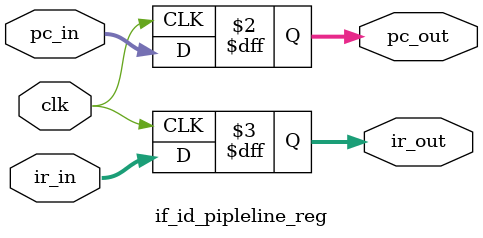
<source format=v>
module if_id_pipleline_reg(
    input clk,
    input [31:0]pc_in,
    input [31:0]ir_in,
    output reg [31:0]pc_out,
    output reg [31:0]ir_out
);

    always @(negedge clk) begin
        // write on the negative edge of the clock cycle
        pc_out = pc_in;
        ir_out = ir_in;
    end
endmodule
</source>
